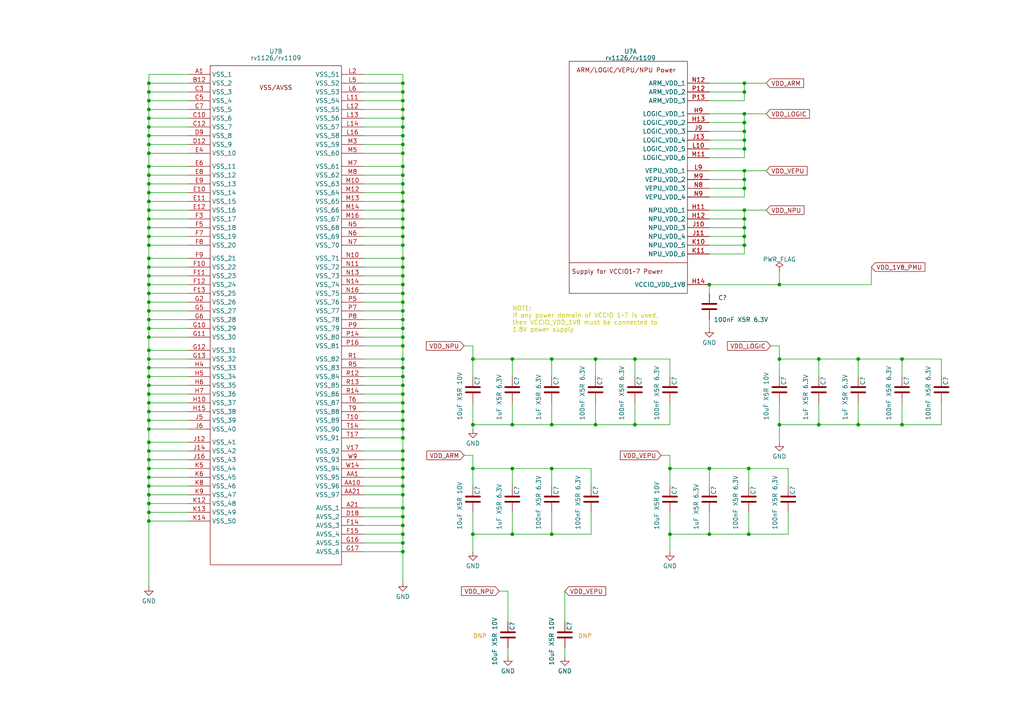
<source format=kicad_sch>
(kicad_sch (version 20230121) (generator eeschema)
  (paper "A4")
  (title_block (title "Leaf RV1126 RK809 SoC Power") (date "2023-02-25") (rev "1") (company "Qingdao IotPi Information Technology"))
  (junction (at 43.18 31.75))
  (junction (at 160.02 123.19))
  (junction (at 116.84 121.92))
  (junction (at 43.18 68.58))
  (junction (at 215.9 63.5))
  (junction (at 215.9 68.58))
  (junction (at 215.9 71.12))
  (junction (at 215.9 38.1))
  (junction (at 194.31 154.94))
  (junction (at 116.84 31.75))
  (junction (at 205.74 82.55))
  (junction (at 43.18 119.38))
  (junction (at 116.84 66.04))
  (junction (at 116.84 68.58))
  (junction (at 43.18 101.6))
  (junction (at 205.74 135.89))
  (junction (at 116.84 60.96))
  (junction (at 215.9 43.18))
  (junction (at 43.18 80.01))
  (junction (at 43.18 39.37))
  (junction (at 116.84 58.42))
  (junction (at 43.18 36.83))
  (junction (at 43.18 133.35))
  (junction (at 116.84 104.14))
  (junction (at 43.18 77.47))
  (junction (at 116.84 71.12))
  (junction (at 43.18 128.27))
  (junction (at 116.84 133.35))
  (junction (at 43.18 138.43))
  (junction (at 43.18 50.8))
  (junction (at 116.84 152.4))
  (junction (at 116.84 114.3))
  (junction (at 217.17 135.89))
  (junction (at 248.92 123.19))
  (junction (at 116.84 97.79))
  (junction (at 116.84 119.38))
  (junction (at 116.84 82.55))
  (junction (at 116.84 55.88))
  (junction (at 261.62 104.14))
  (junction (at 43.18 85.09))
  (junction (at 137.16 123.19))
  (junction (at 116.84 29.21))
  (junction (at 43.18 82.55))
  (junction (at 43.18 111.76))
  (junction (at 43.18 109.22))
  (junction (at 248.92 104.14))
  (junction (at 43.18 121.92))
  (junction (at 184.15 104.14))
  (junction (at 116.84 116.84))
  (junction (at 43.18 92.71))
  (junction (at 43.18 95.25))
  (junction (at 172.72 104.14))
  (junction (at 43.18 29.21))
  (junction (at 116.84 74.93))
  (junction (at 205.74 154.94))
  (junction (at 215.9 52.07))
  (junction (at 116.84 92.71))
  (junction (at 116.84 149.86))
  (junction (at 116.84 135.89))
  (junction (at 116.84 100.33))
  (junction (at 116.84 147.32))
  (junction (at 43.18 124.46))
  (junction (at 237.49 104.14))
  (junction (at 116.84 140.97))
  (junction (at 160.02 135.89))
  (junction (at 137.16 135.89))
  (junction (at 194.31 135.89))
  (junction (at 116.84 95.25))
  (junction (at 226.06 123.19))
  (junction (at 160.02 104.14))
  (junction (at 43.18 130.81))
  (junction (at 215.9 24.13))
  (junction (at 137.16 154.94))
  (junction (at 172.72 123.19))
  (junction (at 116.84 26.67))
  (junction (at 43.18 135.89))
  (junction (at 43.18 143.51))
  (junction (at 160.02 154.94))
  (junction (at 116.84 77.47))
  (junction (at 215.9 54.61))
  (junction (at 116.84 85.09))
  (junction (at 116.84 39.37))
  (junction (at 116.84 154.94))
  (junction (at 116.84 34.29))
  (junction (at 43.18 48.26))
  (junction (at 43.18 63.5))
  (junction (at 43.18 44.45))
  (junction (at 116.84 124.46))
  (junction (at 43.18 74.93))
  (junction (at 116.84 24.13))
  (junction (at 116.84 111.76))
  (junction (at 116.84 44.45))
  (junction (at 148.59 104.14))
  (junction (at 215.9 40.64))
  (junction (at 43.18 55.88))
  (junction (at 215.9 49.53))
  (junction (at 116.84 63.5))
  (junction (at 226.06 82.55))
  (junction (at 226.06 104.14))
  (junction (at 116.84 160.02))
  (junction (at 43.18 71.12))
  (junction (at 43.18 53.34))
  (junction (at 43.18 104.14))
  (junction (at 261.62 123.19))
  (junction (at 43.18 116.84))
  (junction (at 43.18 26.67))
  (junction (at 217.17 154.94))
  (junction (at 43.18 58.42))
  (junction (at 116.84 53.34))
  (junction (at 116.84 130.81))
  (junction (at 137.16 104.14))
  (junction (at 43.18 146.05))
  (junction (at 43.18 66.04))
  (junction (at 184.15 123.19))
  (junction (at 148.59 135.89))
  (junction (at 116.84 106.68))
  (junction (at 43.18 97.79))
  (junction (at 116.84 87.63))
  (junction (at 43.18 114.3))
  (junction (at 43.18 24.13))
  (junction (at 43.18 140.97))
  (junction (at 43.18 41.91))
  (junction (at 148.59 154.94))
  (junction (at 116.84 157.48))
  (junction (at 116.84 41.91))
  (junction (at 116.84 90.17))
  (junction (at 43.18 148.59))
  (junction (at 116.84 109.22))
  (junction (at 43.18 34.29))
  (junction (at 215.9 35.56))
  (junction (at 116.84 48.26))
  (junction (at 237.49 123.19))
  (junction (at 215.9 33.02))
  (junction (at 43.18 60.96))
  (junction (at 116.84 143.51))
  (junction (at 116.84 127))
  (junction (at 43.18 106.68))
  (junction (at 43.18 90.17))
  (junction (at 148.59 123.19))
  (junction (at 116.84 50.8))
  (junction (at 215.9 60.96))
  (junction (at 116.84 138.43))
  (junction (at 116.84 80.01))
  (junction (at 215.9 26.67))
  (junction (at 43.18 87.63))
  (junction (at 215.9 66.04))
  (junction (at 116.84 36.83))
  (junction (at 43.18 151.13))
  (wire (pts (xy 116.84 100.33) (xy 105.41 100.33)))
  (wire (pts (xy 116.84 71.12) (xy 116.84 74.93)))
  (wire (pts (xy 237.49 104.14) (xy 226.06 104.14)))
  (wire (pts (xy 148.59 140.97) (xy 148.59 135.89)))
  (wire (pts (xy 172.72 104.14) (xy 184.15 104.14)))
  (wire (pts (xy 43.18 80.01) (xy 54.61 80.01)))
  (wire (pts (xy 116.84 53.34) (xy 116.84 55.88)))
  (wire (pts (xy 116.84 50.8) (xy 105.41 50.8)))
  (wire (pts (xy 116.84 95.25) (xy 105.41 95.25)))
  (wire (pts (xy 43.18 50.8) (xy 43.18 53.34)))
  (wire (pts (xy 116.84 36.83) (xy 116.84 39.37)))
  (wire (pts (xy 43.18 92.71) (xy 54.61 92.71)))
  (wire (pts (xy 160.02 135.89) (xy 171.45 135.89)))
  (wire (pts (xy 217.17 154.94) (xy 228.6 154.94)))
  (wire (pts (xy 116.84 119.38) (xy 105.41 119.38)))
  (wire (pts (xy 217.17 140.97) (xy 217.17 135.89)))
  (wire (pts (xy 226.06 116.84) (xy 226.06 123.19)))
  (wire (pts (xy 228.6 154.94) (xy 228.6 148.59)))
  (wire (pts (xy 137.16 104.14) (xy 137.16 100.33)))
  (wire (pts (xy 43.18 71.12) (xy 54.61 71.12)))
  (wire (pts (xy 228.6 140.97) (xy 228.6 135.89)))
  (wire (pts (xy 43.18 34.29) (xy 43.18 36.83)))
  (wire (pts (xy 116.84 58.42) (xy 116.84 60.96)))
  (wire (pts (xy 205.74 154.94) (xy 217.17 154.94)))
  (wire (pts (xy 226.06 123.19) (xy 226.06 128.27)))
  (wire (pts (xy 116.84 60.96) (xy 105.41 60.96)))
  (wire (pts (xy 148.59 123.19) (xy 160.02 123.19)))
  (wire (pts (xy 43.18 55.88) (xy 54.61 55.88)))
  (wire (pts (xy 43.18 151.13) (xy 54.61 151.13)))
  (wire (pts (xy 116.84 34.29) (xy 105.41 34.29)))
  (wire (pts (xy 43.18 130.81) (xy 43.18 133.35)))
  (wire (pts (xy 217.17 154.94) (xy 217.17 148.59)))
  (wire (pts (xy 116.84 34.29) (xy 116.84 36.83)))
  (wire (pts (xy 116.84 48.26) (xy 116.84 50.8)))
  (wire (pts (xy 43.18 128.27) (xy 43.18 130.81)))
  (wire (pts (xy 116.84 104.14) (xy 116.84 106.68)))
  (wire (pts (xy 137.16 109.22) (xy 137.16 104.14)))
  (wire (pts (xy 205.74 92.71) (xy 205.74 95.25)))
  (wire (pts (xy 137.16 154.94) (xy 148.59 154.94)))
  (wire (pts (xy 215.9 45.72) (xy 215.9 43.18)))
  (wire (pts (xy 43.18 85.09) (xy 43.18 87.63)))
  (wire (pts (xy 116.84 147.32) (xy 116.84 149.86)))
  (wire (pts (xy 215.9 68.58) (xy 205.74 68.58)))
  (wire (pts (xy 184.15 123.19) (xy 184.15 116.84)))
  (wire (pts (xy 205.74 135.89) (xy 194.31 135.89)))
  (wire (pts (xy 43.18 63.5) (xy 43.18 66.04)))
  (wire (pts (xy 116.84 53.34) (xy 105.41 53.34)))
  (wire (pts (xy 54.61 21.59) (xy 43.18 21.59)))
  (wire (pts (xy 116.84 160.02) (xy 116.84 168.91)))
  (wire (pts (xy 116.84 92.71) (xy 116.84 95.25)))
  (wire (pts (xy 137.16 135.89) (xy 137.16 132.08)))
  (wire (pts (xy 43.18 50.8) (xy 54.61 50.8)))
  (wire (pts (xy 171.45 140.97) (xy 171.45 135.89)))
  (wire (pts (xy 43.18 146.05) (xy 54.61 146.05)))
  (wire (pts (xy 43.18 124.46) (xy 54.61 124.46)))
  (wire (pts (xy 215.9 60.96) (xy 215.9 63.5)))
  (wire (pts (xy 116.84 68.58) (xy 116.84 71.12)))
  (wire (pts (xy 137.16 116.84) (xy 137.16 123.19)))
  (wire (pts (xy 116.84 116.84) (xy 105.41 116.84)))
  (wire (pts (xy 215.9 71.12) (xy 205.74 71.12)))
  (wire (pts (xy 43.18 133.35) (xy 43.18 135.89)))
  (wire (pts (xy 116.84 149.86) (xy 105.41 149.86)))
  (wire (pts (xy 43.18 116.84) (xy 54.61 116.84)))
  (wire (pts (xy 137.16 123.19) (xy 148.59 123.19)))
  (wire (pts (xy 137.16 154.94) (xy 137.16 160.02)))
  (wire (pts (xy 215.9 49.53) (xy 215.9 52.07)))
  (wire (pts (xy 43.18 53.34) (xy 54.61 53.34)))
  (wire (pts (xy 43.18 60.96) (xy 54.61 60.96)))
  (wire (pts (xy 160.02 104.14) (xy 148.59 104.14)))
  (wire (pts (xy 194.31 140.97) (xy 194.31 135.89)))
  (wire (pts (xy 205.74 24.13) (xy 215.9 24.13)))
  (wire (pts (xy 116.84 85.09) (xy 105.41 85.09)))
  (wire (pts (xy 116.84 71.12) (xy 105.41 71.12)))
  (wire (pts (xy 116.84 147.32) (xy 105.41 147.32)))
  (wire (pts (xy 43.18 39.37) (xy 54.61 39.37)))
  (wire (pts (xy 147.32 171.45) (xy 144.78 171.45)))
  (wire (pts (xy 215.9 66.04) (xy 215.9 68.58)))
  (wire (pts (xy 43.18 148.59) (xy 54.61 148.59)))
  (wire (pts (xy 43.18 121.92) (xy 54.61 121.92)))
  (wire (pts (xy 184.15 104.14) (xy 194.31 104.14)))
  (wire (pts (xy 215.9 68.58) (xy 215.9 71.12)))
  (wire (pts (xy 116.84 140.97) (xy 105.41 140.97)))
  (wire (pts (xy 116.84 143.51) (xy 116.84 147.32)))
  (wire (pts (xy 116.84 127) (xy 105.41 127)))
  (wire (pts (xy 237.49 109.22) (xy 237.49 104.14)))
  (wire (pts (xy 43.18 53.34) (xy 43.18 55.88)))
  (wire (pts (xy 205.74 45.72) (xy 215.9 45.72)))
  (wire (pts (xy 116.84 92.71) (xy 105.41 92.71)))
  (wire (pts (xy 43.18 60.96) (xy 43.18 63.5)))
  (wire (pts (xy 160.02 123.19) (xy 172.72 123.19)))
  (wire (pts (xy 261.62 123.19) (xy 273.05 123.19)))
  (wire (pts (xy 215.9 63.5) (xy 205.74 63.5)))
  (wire (pts (xy 148.59 154.94) (xy 160.02 154.94)))
  (wire (pts (xy 116.84 60.96) (xy 116.84 63.5)))
  (wire (pts (xy 163.83 171.45) (xy 163.83 180.34)))
  (wire (pts (xy 43.18 130.81) (xy 54.61 130.81)))
  (wire (pts (xy 252.73 77.47) (xy 252.73 82.55)))
  (wire (pts (xy 116.84 74.93) (xy 105.41 74.93)))
  (wire (pts (xy 226.06 109.22) (xy 226.06 104.14)))
  (wire (pts (xy 43.18 36.83) (xy 54.61 36.83)))
  (wire (pts (xy 116.84 66.04) (xy 105.41 66.04)))
  (wire (pts (xy 116.84 66.04) (xy 116.84 68.58)))
  (wire (pts (xy 43.18 68.58) (xy 54.61 68.58)))
  (wire (pts (xy 205.74 60.96) (xy 215.9 60.96)))
  (wire (pts (xy 43.18 119.38) (xy 43.18 121.92)))
  (wire (pts (xy 215.9 33.02) (xy 215.9 35.56)))
  (wire (pts (xy 116.84 68.58) (xy 105.41 68.58)))
  (wire (pts (xy 116.84 157.48) (xy 105.41 157.48)))
  (wire (pts (xy 116.84 121.92) (xy 116.84 124.46)))
  (wire (pts (xy 116.84 31.75) (xy 116.84 34.29)))
  (wire (pts (xy 116.84 109.22) (xy 105.41 109.22)))
  (wire (pts (xy 137.16 132.08) (xy 134.62 132.08)))
  (wire (pts (xy 116.84 124.46) (xy 116.84 127)))
  (wire (pts (xy 43.18 90.17) (xy 54.61 90.17)))
  (wire (pts (xy 43.18 101.6) (xy 43.18 104.14)))
  (wire (pts (xy 43.18 114.3) (xy 54.61 114.3)))
  (wire (pts (xy 116.84 39.37) (xy 116.84 41.91)))
  (wire (pts (xy 147.32 187.96) (xy 147.32 190.5)))
  (wire (pts (xy 226.06 82.55) (xy 252.73 82.55)))
  (wire (pts (xy 43.18 95.25) (xy 54.61 95.25)))
  (wire (pts (xy 43.18 63.5) (xy 54.61 63.5)))
  (wire (pts (xy 116.84 140.97) (xy 116.84 143.51)))
  (wire (pts (xy 116.84 82.55) (xy 116.84 85.09)))
  (wire (pts (xy 43.18 29.21) (xy 43.18 31.75)))
  (wire (pts (xy 160.02 123.19) (xy 160.02 116.84)))
  (wire (pts (xy 116.84 114.3) (xy 105.41 114.3)))
  (wire (pts (xy 116.84 157.48) (xy 116.84 160.02)))
  (wire (pts (xy 215.9 66.04) (xy 205.74 66.04)))
  (wire (pts (xy 184.15 109.22) (xy 184.15 104.14)))
  (wire (pts (xy 43.18 68.58) (xy 43.18 71.12)))
  (wire (pts (xy 116.84 154.94) (xy 116.84 157.48)))
  (wire (pts (xy 215.9 35.56) (xy 205.74 35.56)))
  (wire (pts (xy 116.84 41.91) (xy 116.84 44.45)))
  (wire (pts (xy 116.84 26.67) (xy 105.41 26.67)))
  (wire (pts (xy 172.72 109.22) (xy 172.72 104.14)))
  (wire (pts (xy 43.18 97.79) (xy 54.61 97.79)))
  (wire (pts (xy 43.18 82.55) (xy 54.61 82.55)))
  (wire (pts (xy 43.18 31.75) (xy 54.61 31.75)))
  (wire (pts (xy 116.84 138.43) (xy 116.84 140.97)))
  (wire (pts (xy 43.18 36.83) (xy 43.18 39.37)))
  (wire (pts (xy 43.18 26.67) (xy 54.61 26.67)))
  (wire (pts (xy 116.84 74.93) (xy 116.84 77.47)))
  (wire (pts (xy 43.18 109.22) (xy 54.61 109.22)))
  (wire (pts (xy 43.18 133.35) (xy 54.61 133.35)))
  (wire (pts (xy 116.84 36.83) (xy 105.41 36.83)))
  (wire (pts (xy 43.18 121.92) (xy 43.18 124.46)))
  (wire (pts (xy 43.18 116.84) (xy 43.18 119.38)))
  (wire (pts (xy 261.62 109.22) (xy 261.62 104.14)))
  (wire (pts (xy 43.18 143.51) (xy 54.61 143.51)))
  (wire (pts (xy 116.84 133.35) (xy 116.84 135.89)))
  (wire (pts (xy 215.9 52.07) (xy 205.74 52.07)))
  (wire (pts (xy 43.18 39.37) (xy 43.18 41.91)))
  (wire (pts (xy 116.84 119.38) (xy 116.84 121.92)))
  (wire (pts (xy 116.84 160.02) (xy 105.41 160.02)))
  (wire (pts (xy 43.18 151.13) (xy 43.18 170.18)))
  (wire (pts (xy 116.84 133.35) (xy 105.41 133.35)))
  (wire (pts (xy 116.84 24.13) (xy 116.84 26.67)))
  (wire (pts (xy 215.9 54.61) (xy 215.9 52.07)))
  (wire (pts (xy 43.18 71.12) (xy 43.18 74.93)))
  (wire (pts (xy 116.84 121.92) (xy 105.41 121.92)))
  (wire (pts (xy 160.02 154.94) (xy 171.45 154.94)))
  (wire (pts (xy 43.18 90.17) (xy 43.18 92.71)))
  (wire (pts (xy 116.84 48.26) (xy 105.41 48.26)))
  (wire (pts (xy 137.16 148.59) (xy 137.16 154.94)))
  (wire (pts (xy 148.59 135.89) (xy 137.16 135.89)))
  (wire (pts (xy 43.18 97.79) (xy 43.18 101.6)))
  (wire (pts (xy 205.74 154.94) (xy 205.74 148.59)))
  (wire (pts (xy 43.18 101.6) (xy 54.61 101.6)))
  (wire (pts (xy 43.18 135.89) (xy 43.18 138.43)))
  (wire (pts (xy 226.06 123.19) (xy 237.49 123.19)))
  (wire (pts (xy 205.74 49.53) (xy 215.9 49.53)))
  (wire (pts (xy 116.84 106.68) (xy 105.41 106.68)))
  (wire (pts (xy 43.18 87.63) (xy 54.61 87.63)))
  (wire (pts (xy 116.84 109.22) (xy 116.84 111.76)))
  (wire (pts (xy 116.84 50.8) (xy 116.84 53.34)))
  (wire (pts (xy 43.18 143.51) (xy 43.18 146.05)))
  (wire (pts (xy 248.92 104.14) (xy 237.49 104.14)))
  (wire (pts (xy 215.9 57.15) (xy 215.9 54.61)))
  (wire (pts (xy 43.18 128.27) (xy 54.61 128.27)))
  (wire (pts (xy 116.84 39.37) (xy 105.41 39.37)))
  (wire (pts (xy 215.9 60.96) (xy 222.25 60.96)))
  (wire (pts (xy 43.18 74.93) (xy 43.18 77.47)))
  (wire (pts (xy 116.84 114.3) (xy 116.84 116.84)))
  (wire (pts (xy 43.18 44.45) (xy 54.61 44.45)))
  (wire (pts (xy 43.18 124.46) (xy 43.18 128.27)))
  (wire (pts (xy 205.74 40.64) (xy 215.9 40.64)))
  (wire (pts (xy 43.18 21.59) (xy 43.18 24.13)))
  (wire (pts (xy 43.18 106.68) (xy 43.18 109.22)))
  (wire (pts (xy 194.31 123.19) (xy 194.31 116.84)))
  (wire (pts (xy 215.9 73.66) (xy 205.74 73.66)))
  (wire (pts (xy 215.9 26.67) (xy 215.9 29.21)))
  (wire (pts (xy 116.84 111.76) (xy 116.84 114.3)))
  (wire (pts (xy 43.18 26.67) (xy 43.18 29.21)))
  (wire (pts (xy 43.18 34.29) (xy 54.61 34.29)))
  (wire (pts (xy 116.84 44.45) (xy 116.84 48.26)))
  (wire (pts (xy 194.31 132.08) (xy 191.77 132.08)))
  (wire (pts (xy 116.84 135.89) (xy 116.84 138.43)))
  (wire (pts (xy 116.84 63.5) (xy 105.41 63.5)))
  (wire (pts (xy 160.02 104.14) (xy 172.72 104.14)))
  (wire (pts (xy 105.41 21.59) (xy 116.84 21.59)))
  (wire (pts (xy 116.84 124.46) (xy 105.41 124.46)))
  (wire (pts (xy 116.84 87.63) (xy 116.84 90.17)))
  (wire (pts (xy 43.18 74.93) (xy 54.61 74.93)))
  (wire (pts (xy 172.72 123.19) (xy 184.15 123.19)))
  (wire (pts (xy 116.84 31.75) (xy 105.41 31.75)))
  (wire (pts (xy 194.31 148.59) (xy 194.31 154.94)))
  (wire (pts (xy 205.74 54.61) (xy 215.9 54.61)))
  (wire (pts (xy 116.84 135.89) (xy 105.41 135.89)))
  (wire (pts (xy 194.31 154.94) (xy 205.74 154.94)))
  (wire (pts (xy 184.15 123.19) (xy 194.31 123.19)))
  (wire (pts (xy 116.84 104.14) (xy 105.41 104.14)))
  (wire (pts (xy 116.84 152.4) (xy 116.84 154.94)))
  (wire (pts (xy 43.18 41.91) (xy 54.61 41.91)))
  (wire (pts (xy 116.84 130.81) (xy 105.41 130.81)))
  (wire (pts (xy 116.84 80.01) (xy 105.41 80.01)))
  (wire (pts (xy 116.84 63.5) (xy 116.84 66.04)))
  (wire (pts (xy 215.9 63.5) (xy 215.9 66.04)))
  (wire (pts (xy 116.84 149.86) (xy 116.84 152.4)))
  (wire (pts (xy 160.02 140.97) (xy 160.02 135.89)))
  (wire (pts (xy 194.31 154.94) (xy 194.31 160.02)))
  (wire (pts (xy 215.9 43.18) (xy 215.9 40.64)))
  (wire (pts (xy 172.72 123.19) (xy 172.72 116.84)))
  (wire (pts (xy 116.84 24.13) (xy 105.41 24.13)))
  (wire (pts (xy 116.84 154.94) (xy 105.41 154.94)))
  (wire (pts (xy 273.05 109.22) (xy 273.05 104.14)))
  (wire (pts (xy 148.59 109.22) (xy 148.59 104.14)))
  (wire (pts (xy 148.59 123.19) (xy 148.59 116.84)))
  (wire (pts (xy 147.32 171.45) (xy 147.32 180.34)))
  (wire (pts (xy 237.49 123.19) (xy 237.49 116.84)))
  (wire (pts (xy 116.84 29.21) (xy 116.84 31.75)))
  (wire (pts (xy 116.84 55.88) (xy 116.84 58.42)))
  (wire (pts (xy 116.84 26.67) (xy 116.84 29.21)))
  (wire (pts (xy 160.02 154.94) (xy 160.02 148.59)))
  (wire (pts (xy 273.05 123.19) (xy 273.05 116.84)))
  (wire (pts (xy 43.18 66.04) (xy 43.18 68.58)))
  (wire (pts (xy 215.9 40.64) (xy 215.9 38.1)))
  (wire (pts (xy 217.17 135.89) (xy 228.6 135.89)))
  (wire (pts (xy 116.84 130.81) (xy 116.84 133.35)))
  (wire (pts (xy 43.18 119.38) (xy 54.61 119.38)))
  (wire (pts (xy 205.74 38.1) (xy 215.9 38.1)))
  (wire (pts (xy 43.18 77.47) (xy 54.61 77.47)))
  (wire (pts (xy 43.18 104.14) (xy 54.61 104.14)))
  (wire (pts (xy 116.84 29.21) (xy 105.41 29.21)))
  (wire (pts (xy 116.84 55.88) (xy 105.41 55.88)))
  (wire (pts (xy 43.18 87.63) (xy 43.18 90.17)))
  (wire (pts (xy 205.74 82.55) (xy 205.74 85.09)))
  (wire (pts (xy 43.18 29.21) (xy 54.61 29.21)))
  (wire (pts (xy 43.18 104.14) (xy 43.18 106.68)))
  (wire (pts (xy 116.84 82.55) (xy 105.41 82.55)))
  (wire (pts (xy 116.84 97.79) (xy 116.84 100.33)))
  (wire (pts (xy 43.18 55.88) (xy 43.18 58.42)))
  (wire (pts (xy 248.92 109.22) (xy 248.92 104.14)))
  (wire (pts (xy 205.74 43.18) (xy 215.9 43.18)))
  (wire (pts (xy 116.84 100.33) (xy 116.84 104.14)))
  (wire (pts (xy 43.18 24.13) (xy 54.61 24.13)))
  (wire (pts (xy 261.62 123.19) (xy 261.62 116.84)))
  (wire (pts (xy 215.9 24.13) (xy 215.9 26.67)))
  (wire (pts (xy 116.84 143.51) (xy 105.41 143.51)))
  (wire (pts (xy 137.16 123.19) (xy 137.16 124.46)))
  (wire (pts (xy 215.9 38.1) (xy 215.9 35.56)))
  (wire (pts (xy 261.62 104.14) (xy 273.05 104.14)))
  (wire (pts (xy 116.84 90.17) (xy 105.41 90.17)))
  (wire (pts (xy 43.18 41.91) (xy 43.18 44.45)))
  (wire (pts (xy 116.84 106.68) (xy 116.84 109.22)))
  (wire (pts (xy 205.74 140.97) (xy 205.74 135.89)))
  (wire (pts (xy 43.18 80.01) (xy 43.18 82.55)))
  (wire (pts (xy 237.49 123.19) (xy 248.92 123.19)))
  (wire (pts (xy 43.18 109.22) (xy 43.18 111.76)))
  (wire (pts (xy 116.84 111.76) (xy 105.41 111.76)))
  (wire (pts (xy 43.18 140.97) (xy 54.61 140.97)))
  (wire (pts (xy 43.18 114.3) (xy 43.18 116.84)))
  (wire (pts (xy 137.16 140.97) (xy 137.16 135.89)))
  (wire (pts (xy 248.92 123.19) (xy 248.92 116.84)))
  (wire (pts (xy 226.06 78.74) (xy 226.06 82.55)))
  (wire (pts (xy 163.83 187.96) (xy 163.83 190.5)))
  (wire (pts (xy 43.18 58.42) (xy 54.61 58.42)))
  (wire (pts (xy 205.74 33.02) (xy 215.9 33.02)))
  (wire (pts (xy 43.18 140.97) (xy 43.18 143.51)))
  (wire (pts (xy 205.74 57.15) (xy 215.9 57.15)))
  (wire (pts (xy 116.84 90.17) (xy 116.84 92.71)))
  (wire (pts (xy 248.92 123.19) (xy 261.62 123.19)))
  (wire (pts (xy 160.02 109.22) (xy 160.02 104.14)))
  (wire (pts (xy 43.18 111.76) (xy 43.18 114.3)))
  (wire (pts (xy 116.84 85.09) (xy 116.84 87.63)))
  (wire (pts (xy 43.18 106.68) (xy 54.61 106.68)))
  (wire (pts (xy 215.9 24.13) (xy 222.25 24.13)))
  (wire (pts (xy 226.06 104.14) (xy 226.06 100.33)))
  (wire (pts (xy 43.18 95.25) (xy 43.18 97.79)))
  (wire (pts (xy 43.18 111.76) (xy 54.61 111.76)))
  (wire (pts (xy 205.74 135.89) (xy 217.17 135.89)))
  (wire (pts (xy 215.9 71.12) (xy 215.9 73.66)))
  (wire (pts (xy 215.9 49.53) (xy 222.25 49.53)))
  (wire (pts (xy 215.9 33.02) (xy 222.25 33.02)))
  (wire (pts (xy 43.18 135.89) (xy 54.61 135.89)))
  (wire (pts (xy 148.59 104.14) (xy 137.16 104.14)))
  (wire (pts (xy 116.84 77.47) (xy 116.84 80.01)))
  (wire (pts (xy 116.84 80.01) (xy 116.84 82.55)))
  (wire (pts (xy 194.31 104.14) (xy 194.31 109.22)))
  (wire (pts (xy 248.92 104.14) (xy 261.62 104.14)))
  (wire (pts (xy 43.18 48.26) (xy 54.61 48.26)))
  (wire (pts (xy 205.74 26.67) (xy 215.9 26.67)))
  (wire (pts (xy 116.84 116.84) (xy 116.84 119.38)))
  (wire (pts (xy 43.18 66.04) (xy 54.61 66.04)))
  (wire (pts (xy 148.59 154.94) (xy 148.59 148.59)))
  (wire (pts (xy 43.18 146.05) (xy 43.18 148.59)))
  (wire (pts (xy 205.74 29.21) (xy 215.9 29.21)))
  (wire (pts (xy 116.84 21.59) (xy 116.84 24.13)))
  (wire (pts (xy 116.84 44.45) (xy 105.41 44.45)))
  (wire (pts (xy 43.18 92.71) (xy 43.18 95.25)))
  (wire (pts (xy 116.84 152.4) (xy 105.41 152.4)))
  (wire (pts (xy 43.18 148.59) (xy 43.18 151.13)))
  (wire (pts (xy 116.84 41.91) (xy 105.41 41.91)))
  (wire (pts (xy 226.06 100.33) (xy 223.52 100.33)))
  (wire (pts (xy 43.18 138.43) (xy 54.61 138.43)))
  (wire (pts (xy 43.18 82.55) (xy 43.18 85.09)))
  (wire (pts (xy 43.18 31.75) (xy 43.18 34.29)))
  (wire (pts (xy 116.84 127) (xy 116.84 130.81)))
  (wire (pts (xy 137.16 100.33) (xy 134.62 100.33)))
  (wire (pts (xy 43.18 138.43) (xy 43.18 140.97)))
  (wire (pts (xy 43.18 85.09) (xy 54.61 85.09)))
  (wire (pts (xy 43.18 48.26) (xy 43.18 50.8)))
  (wire (pts (xy 205.74 82.55) (xy 226.06 82.55)))
  (wire (pts (xy 116.84 95.25) (xy 116.84 97.79)))
  (wire (pts (xy 116.84 97.79) (xy 105.41 97.79)))
  (wire (pts (xy 116.84 58.42) (xy 105.41 58.42)))
  (wire (pts (xy 148.59 135.89) (xy 160.02 135.89)))
  (wire (pts (xy 194.31 135.89) (xy 194.31 132.08)))
  (wire (pts (xy 43.18 77.47) (xy 43.18 80.01)))
  (wire (pts (xy 43.18 24.13) (xy 43.18 26.67)))
  (wire (pts (xy 116.84 77.47) (xy 105.41 77.47)))
  (wire (pts (xy 171.45 154.94) (xy 171.45 148.59)))
  (wire (pts (xy 43.18 44.45) (xy 43.18 48.26)))
  (wire (pts (xy 116.84 87.63) (xy 105.41 87.63)))
  (wire (pts (xy 43.18 58.42) (xy 43.18 60.96)))
  (wire (pts (xy 116.84 138.43) (xy 105.41 138.43)))
  (text "DNP" (at 167.64 185.42 0) (effects (font (size 1.27 1.27)) (justify left bottom)))
  (text "DNP" (at 137.16 185.42 0) (effects (font (size 1.27 1.27)) (justify left bottom)))
  (text "NOTE:\nIf any power domain of VCCIO 1~7 is used, \nthen VCCIO_VDD_1V8 must be connected to \n1.8V power supply" (at 148.59 96.52 0) (effects (font (size 1.27 1.27)) (justify left bottom)))
  (global_label "VDD_1V8_PMU" (shape input) (at 252.73 77.47 0) (property "Intersheetrefs" "${INTERSHEET_REFS}" (effects hide)))
  (global_label "VDD_ARM" (shape input) (at 134.62 132.08 180) (property "Intersheetrefs" "${INTERSHEET_REFS}" (effects hide)))
  (global_label "VDD_VEPU" (shape input) (at 191.77 132.08 180) (property "Intersheetrefs" "${INTERSHEET_REFS}" (effects hide)))
  (global_label "VDD_VEPU" (shape input) (at 163.83 171.45 0) (property "Intersheetrefs" "${INTERSHEET_REFS}" (effects hide)))
  (global_label "VDD_LOGIC" (shape input) (at 222.25 33.02 0) (property "Intersheetrefs" "${INTERSHEET_REFS}" (effects hide)))
  (global_label "VDD_NPU" (shape input) (at 222.25 60.96 0) (property "Intersheetrefs" "${INTERSHEET_REFS}" (effects hide)))
  (global_label "VDD_VEPU" (shape input) (at 222.25 49.53 0) (property "Intersheetrefs" "${INTERSHEET_REFS}" (effects hide)))
  (global_label "VDD_LOGIC" (shape input) (at 223.52 100.33 180) (property "Intersheetrefs" "${INTERSHEET_REFS}" (effects hide)))
  (global_label "VDD_ARM" (shape input) (at 222.25 24.13 0) (property "Intersheetrefs" "${INTERSHEET_REFS}" (effects hide)))
  (global_label "VDD_NPU" (shape input) (at 144.78 171.45 180) (property "Intersheetrefs" "${INTERSHEET_REFS}" (effects hide)))
  (global_label "VDD_NPU" (shape input) (at 134.62 100.33 180) (property "Intersheetrefs" "${INTERSHEET_REFS}" (effects hide)))
  (symbol (lib_id "Device:C") (at 226.06 113.03 0) (unit 1)
    (property "Reference" "C?" (at 227.33 111.76 90) (effects (justify left)))
    (property "Value" "10uF X5R 10V" (at 222.25 121.92 90) (effects (justify left)))
    (property "Footprint" "Capacitor_SMD:C_0402_1005Metric" (effects hide))
    (property "Description" "容值: 10uF 精度: ±20% 额定电压: 10V 材质(温度系数): X5R 材质:X5R" (effects hide))
    (property "LCSC" "C77000" (effects hide))
    (property "Model" "GRM155R61A106ME44D" (effects hide))
    (property "Vendor" "muRata(村田)" (effects hide))
    (instances (project "leaf" (path "" (reference "C?") (unit 1)) (path "" (reference "C?") (unit 1)) (path "" (reference "C?") (unit 1)) (path "" (reference "C51") (unit 1))))
  )
  (symbol (lib_id "Device:C") (at 148.59 144.78 0) (unit 1)
    (property "Reference" "C?" (at 149.86 143.51 90) (effects (justify left)))
    (property "Value" "1uF X5R 6.3V" (at 144.78 153.67 90) (effects (justify left)))
    (property "Footprint" "Capacitor_SMD:C_0402_1005Metric" (effects hide))
    (property "Description" "容值: 1uF 精度: ±10% 额定电压: 6.3V 材质(温度系数): X5R 材质:X5R" (effects hide))
    (property "LCSC" "C15684" (effects hide))
    (property "Model" "GRM155R60J105KE19D" (effects hide))
    (property "Vendor" "muRata(村田)" (effects hide))
    (instances (project "leaf" (path "" (reference "C?") (unit 1)) (path "" (reference "C?") (unit 1)) (path "" (reference "C?") (unit 1)) (path "" (reference "C39") (unit 1))))
  )
  (symbol (lib_id "Device:C") (at 171.45 144.78 0) (unit 1)
    (property "Reference" "C?" (at 172.72 143.51 90) (effects (justify left)))
    (property "Value" "100nF X5R 6.3V" (at 167.64 153.67 90) (effects (justify left)))
    (property "Footprint" "Capacitor_SMD:C_0201_0603Metric" (effects hide))
    (property "Description" "容值: 100nF 精度: ±10% 额定电压: 6.3V 材质(温度系数): X5R 材质:X5R" (effects hide))
    (property "LCSC" "C76928" (effects hide))
    (property "Model" "GRM033R60J104KE19D" (effects hide))
    (property "Vendor" "muRata(村田)" (effects hide))
    (instances (project "leaf" (path "" (reference "C?") (unit 1)) (path "" (reference "C?") (unit 1)) (path "" (reference "C?") (unit 1)) (path "" (reference "C43") (unit 1))))
  )
  (symbol (lib_id "Device:C") (at 228.6 144.78 0) (unit 1)
    (property "Reference" "C?" (at 229.87 143.51 90) (effects (justify left)))
    (property "Value" "100nF X5R 6.3V" (at 224.79 153.67 90) (effects (justify left)))
    (property "Footprint" "Capacitor_SMD:C_0201_0603Metric" (effects hide))
    (property "Description" "容值: 100nF 精度: ±10% 额定电压: 6.3V 材质(温度系数): X5R 材质:X5R" (effects hide))
    (property "LCSC" "C76928" (effects hide))
    (property "Model" "GRM033R60J104KE19D" (effects hide))
    (property "Vendor" "muRata(村田)" (effects hide))
    (instances (project "leaf" (path "" (reference "C?") (unit 1)) (path "" (reference "C?") (unit 1)) (path "" (reference "C?") (unit 1)) (path "" (reference "C52") (unit 1))))
  )
  (symbol (lib_id "power:GND") (at 137.16 160.02 0) (unit 1)
    (property "Reference" "#PWR?" (effects hide))
    (property "Value" "GND" (at 137.16 164.1555 0))
    (instances (project "leaf" (path "" (reference "#PWR?") (unit 1)) (path "" (reference "#PWR?") (unit 1)) (path "" (reference "#PWR056") (unit 1))))
  )
  (symbol (lib_id "Device:C") (at 273.05 113.03 0) (unit 1)
    (property "Reference" "C?" (at 274.32 111.76 90) (effects (justify left)))
    (property "Value" "100nF X5R 6.3V" (at 269.24 121.92 90) (effects (justify left)))
    (property "Footprint" "Capacitor_SMD:C_0201_0603Metric" (effects hide))
    (property "Description" "容值: 100nF 精度: ±10% 额定电压: 6.3V 材质(温度系数): X5R 材质:X5R" (effects hide))
    (property "LCSC" "C76928" (effects hide))
    (property "Model" "GRM033R60J104KE19D" (effects hide))
    (property "Vendor" "muRata(村田)" (effects hide))
    (instances (project "leaf" (path "" (reference "C?") (unit 1)) (path "" (reference "C?") (unit 1)) (path "" (reference "C?") (unit 1)) (path "" (reference "C56") (unit 1))))
  )
  (symbol (lib_id "power:GND") (at 226.06 128.27 0) (unit 1)
    (property "Reference" "#PWR?" (effects hide))
    (property "Value" "GND" (at 226.06 132.4055 0))
    (instances (project "leaf" (path "" (reference "#PWR?") (unit 1)) (path "" (reference "#PWR?") (unit 1)) (path "" (reference "#PWR061") (unit 1))))
  )
  (symbol (lib_id "Device:C") (at 194.31 144.78 0) (unit 1)
    (property "Reference" "C?" (at 195.58 143.51 90) (effects (justify left)))
    (property "Value" "10uF X5R 10V" (at 190.5 153.67 90) (effects (justify left)))
    (property "Footprint" "Capacitor_SMD:C_0402_1005Metric" (effects hide))
    (property "Description" "容值: 10uF 精度: ±20% 额定电压: 10V 材质(温度系数): X5R 材质:X5R" (effects hide))
    (property "LCSC" "C77000" (effects hide))
    (property "Model" "GRM155R61A106ME44D" (effects hide))
    (property "Vendor" "muRata(村田)" (effects hide))
    (instances (project "leaf" (path "" (reference "C?") (unit 1)) (path "" (reference "C?") (unit 1)) (path "" (reference "C?") (unit 1)) (path "" (reference "C47") (unit 1))))
  )
  (symbol (lib_id "CPU_Rockchip:rv1126_rv1109") (at 182.88 49.53 0) (unit 1)
    (property "Reference" "U?" (at 182.88 14.8971 0))
    (property "Value" "rv1126/rv1109" (at 182.88 16.8181 0))
    (property "Footprint" "Rockchip_SoC:Rockchip_RV1126_FCCSP409LD_14.0x14.0mm" (effects hide))
    (instances (project "leaf" (path "" (reference "U?") (unit 1)) (path "" (reference "U1") (unit 1))))
  )
  (symbol (lib_id "Device:C") (at 172.72 113.03 0) (unit 1)
    (property "Reference" "C?" (at 173.99 111.76 90) (effects (justify left)))
    (property "Value" "100nF X5R 6.3V" (at 168.91 121.92 90) (effects (justify left)))
    (property "Footprint" "Capacitor_SMD:C_0201_0603Metric" (effects hide))
    (property "Description" "容值: 100nF 精度: ±10% 额定电压: 6.3V 材质(温度系数): X5R 材质:X5R" (effects hide))
    (property "LCSC" "C76928" (effects hide))
    (property "Model" "GRM033R60J104KE19D" (effects hide))
    (property "Vendor" "muRata(村田)" (effects hide))
    (instances (project "leaf" (path "" (reference "C?") (unit 1)) (path "" (reference "C?") (unit 1)) (path "" (reference "C?") (unit 1)) (path "" (reference "C44") (unit 1))))
  )
  (symbol (lib_id "Device:C") (at 137.16 113.03 0) (unit 1)
    (property "Reference" "C?" (at 138.43 111.76 90) (effects (justify left)))
    (property "Value" "10uF X5R 10V" (at 133.35 121.92 90) (effects (justify left)))
    (property "Footprint" "Capacitor_SMD:C_0402_1005Metric" (effects hide))
    (property "Description" "容值: 10uF 精度: ±20% 额定电压: 10V 材质(温度系数): X5R 材质:X5R" (effects hide))
    (property "LCSC" "C77000" (effects hide))
    (property "Model" "GRM155R61A106ME44D" (effects hide))
    (property "Vendor" "muRata(村田)" (effects hide))
    (instances (project "leaf" (path "" (reference "C?") (unit 1)) (path "" (reference "C?") (unit 1)) (path "" (reference "C?") (unit 1)) (path "" (reference "C35") (unit 1))))
  )
  (symbol (lib_id "power:GND") (at 163.83 190.5 0) (unit 1)
    (property "Reference" "#PWR?" (effects hide))
    (property "Value" "GND" (at 163.83 194.6355 0))
    (instances (project "leaf" (path "" (reference "#PWR?") (unit 1)) (path "" (reference "#PWR?") (unit 1)) (path "" (reference "#PWR058") (unit 1))))
  )
  (symbol (lib_id "power:GND") (at 137.16 124.46 0) (unit 1)
    (property "Reference" "#PWR?" (effects hide))
    (property "Value" "GND" (at 137.16 128.5955 0))
    (instances (project "leaf" (path "" (reference "#PWR?") (unit 1)) (path "" (reference "#PWR?") (unit 1)) (path "" (reference "#PWR055") (unit 1))))
  )
  (symbol (lib_id "Device:C") (at 261.62 113.03 0) (unit 1)
    (property "Reference" "C?" (at 262.89 111.76 90) (effects (justify left)))
    (property "Value" "100nF X5R 6.3V" (at 257.81 121.92 90) (effects (justify left)))
    (property "Footprint" "Capacitor_SMD:C_0201_0603Metric" (effects hide))
    (property "Description" "容值: 100nF 精度: ±10% 额定电压: 6.3V 材质(温度系数): X5R 材质:X5R" (effects hide))
    (property "LCSC" "C76928" (effects hide))
    (property "Model" "GRM033R60J104KE19D" (effects hide))
    (property "Vendor" "muRata(村田)" (effects hide))
    (instances (project "leaf" (path "" (reference "C?") (unit 1)) (path "" (reference "C?") (unit 1)) (path "" (reference "C?") (unit 1)) (path "" (reference "C55") (unit 1))))
  )
  (symbol (lib_id "Device:C") (at 163.83 184.15 0) (unit 1) (in_bom no)
    (property "Reference" "C?" (at 165.1 182.88 90) (effects (justify left)))
    (property "Value" "10uF X5R 10V" (at 160.02 193.04 90) (effects (justify left)))
    (property "Footprint" "Capacitor_SMD:C_0402_1005Metric" (effects hide))
    (property "Description" "容值: 10uF 精度: ±20% 额定电压: 10V 材质(温度系数): X5R 材质:X5R" (effects hide))
    (property "LCSC" "C77000" (effects hide))
    (property "Model" "GRM155R61A106ME44D" (effects hide))
    (property "Vendor" "muRata(村田)" (effects hide))
    (instances (project "leaf" (path "" (reference "C?") (unit 1)) (path "" (reference "C?") (unit 1)) (path "" (reference "C?") (unit 1)) (path "" (reference "C42") (unit 1))))
  )
  (symbol (lib_id "Device:C") (at 205.74 88.9 0) (unit 1)
    (property "Reference" "C?" (at 208.28 86.36 0) (effects (justify left)))
    (property "Value" "100nF X5R 6.3V" (at 207.01 92.71 0) (effects (justify left)))
    (property "Footprint" "Capacitor_SMD:C_0201_0603Metric" (effects hide))
    (property "Description" "容值: 100nF 精度: ±10% 额定电压: 6.3V 材质(温度系数): X5R 材质:X5R" (effects hide))
    (property "LCSC" "C76928" (effects hide))
    (property "Model" "GRM033R60J104KE19D" (effects hide))
    (property "Vendor" "muRata(村田)" (effects hide))
    (instances (project "leaf" (path "" (reference "C?") (unit 1)) (path "" (reference "C48") (unit 1))))
  )
  (symbol (lib_id "power:GND") (at 194.31 160.02 0) (unit 1)
    (property "Reference" "#PWR?" (effects hide))
    (property "Value" "GND" (at 194.31 164.1555 0))
    (instances (project "leaf" (path "" (reference "#PWR?") (unit 1)) (path "" (reference "#PWR?") (unit 1)) (path "" (reference "#PWR059") (unit 1))))
  )
  (symbol (lib_id "power:GND") (at 43.18 170.18 0) (unit 1)
    (property "Reference" "#PWR?" (effects hide))
    (property "Value" "GND" (at 43.18 174.3155 0))
    (instances (project "leaf" (path "" (reference "#PWR?") (unit 1)) (path "" (reference "#PWR053") (unit 1))))
  )
  (symbol (lib_id "Device:C") (at 137.16 144.78 0) (unit 1)
    (property "Reference" "C?" (at 138.43 143.51 90) (effects (justify left)))
    (property "Value" "10uF X5R 10V" (at 133.35 153.67 90) (effects (justify left)))
    (property "Footprint" "Capacitor_SMD:C_0402_1005Metric" (effects hide))
    (property "Description" "容值: 10uF 精度: ±20% 额定电压: 10V 材质(温度系数): X5R 材质:X5R" (effects hide))
    (property "LCSC" "C77000" (effects hide))
    (property "Model" "GRM155R61A106ME44D" (effects hide))
    (property "Vendor" "muRata(村田)" (effects hide))
    (instances (project "leaf" (path "" (reference "C?") (unit 1)) (path "" (reference "C?") (unit 1)) (path "" (reference "C?") (unit 1)) (path "" (reference "C36") (unit 1))))
  )
  (symbol (lib_id "power:GND") (at 205.74 95.25 0) (unit 1)
    (property "Reference" "#PWR?" (effects hide))
    (property "Value" "GND" (at 205.74 99.3855 0))
    (instances (project "leaf" (path "" (reference "#PWR?") (unit 1)) (path "" (reference "#PWR060") (unit 1))))
  )
  (symbol (lib_id "CPU_Rockchip:rv1126_rv1109") (at 80.01 49.53 0) (unit 2)
    (property "Reference" "U?" (at 80.01 14.8971 0))
    (property "Value" "rv1126/rv1109" (at 80.01 16.8181 0))
    (property "Footprint" "Rockchip_SoC:Rockchip_RV1126_FCCSP409LD_14.0x14.0mm" (effects hide))
    (instances (project "leaf" (path "" (reference "U?") (unit 2)) (path "" (reference "U1") (unit 2))))
  )
  (symbol (lib_id "power:PWR_FLAG") (at 226.06 78.74 0) (unit 1)
    (property "Reference" "#FLG013" (effects hide))
    (property "Value" "PWR_FLAG" (at 226.06 75.2381 0))
  )
  (symbol (lib_id "power:GND") (at 147.32 190.5 0) (unit 1)
    (property "Reference" "#PWR?" (effects hide))
    (property "Value" "GND" (at 147.32 194.6355 0))
    (instances (project "leaf" (path "" (reference "#PWR?") (unit 1)) (path "" (reference "#PWR?") (unit 1)) (path "" (reference "#PWR057") (unit 1))))
  )
  (symbol (lib_id "power:GND") (at 116.84 168.91 0) (unit 1)
    (property "Reference" "#PWR?" (effects hide))
    (property "Value" "GND" (at 116.84 173.0455 0))
    (instances (project "leaf" (path "" (reference "#PWR?") (unit 1)) (path "" (reference "#PWR054") (unit 1))))
  )
  (symbol (lib_id "Device:C") (at 147.32 184.15 0) (unit 1) (in_bom no)
    (property "Reference" "C?" (at 148.59 182.88 90) (effects (justify left)))
    (property "Value" "10uF X5R 10V" (at 143.51 193.04 90) (effects (justify left)))
    (property "Footprint" "Capacitor_SMD:C_0402_1005Metric" (effects hide))
    (property "Description" "容值: 10uF 精度: ±20% 额定电压: 10V 材质(温度系数): X5R 材质:X5R" (effects hide))
    (property "LCSC" "C77000" (effects hide))
    (property "Model" "GRM155R61A106ME44D" (effects hide))
    (property "Vendor" "muRata(村田)" (effects hide))
    (instances (project "leaf" (path "" (reference "C?") (unit 1)) (path "" (reference "C?") (unit 1)) (path "" (reference "C?") (unit 1)) (path "" (reference "C37") (unit 1))))
  )
  (symbol (lib_id "Device:C") (at 184.15 113.03 0) (unit 1)
    (property "Reference" "C?" (at 185.42 111.76 90) (effects (justify left)))
    (property "Value" "100nF X5R 6.3V" (at 180.34 121.92 90) (effects (justify left)))
    (property "Footprint" "Capacitor_SMD:C_0201_0603Metric" (effects hide))
    (property "Description" "容值: 100nF 精度: ±10% 额定电压: 6.3V 材质(温度系数): X5R 材质:X5R" (effects hide))
    (property "LCSC" "C76928" (effects hide))
    (property "Model" "GRM033R60J104KE19D" (effects hide))
    (property "Vendor" "muRata(村田)" (effects hide))
    (instances (project "leaf" (path "" (reference "C?") (unit 1)) (path "" (reference "C?") (unit 1)) (path "" (reference "C?") (unit 1)) (path "" (reference "C45") (unit 1))))
  )
  (symbol (lib_id "Device:C") (at 217.17 144.78 0) (unit 1)
    (property "Reference" "C?" (at 218.44 143.51 90) (effects (justify left)))
    (property "Value" "100nF X5R 6.3V" (at 213.36 153.67 90) (effects (justify left)))
    (property "Footprint" "Capacitor_SMD:C_0201_0603Metric" (effects hide))
    (property "Description" "容值: 100nF 精度: ±10% 额定电压: 6.3V 材质(温度系数): X5R 材质:X5R" (effects hide))
    (property "LCSC" "C76928" (effects hide))
    (property "Model" "GRM033R60J104KE19D" (effects hide))
    (property "Vendor" "muRata(村田)" (effects hide))
    (instances (project "leaf" (path "" (reference "C?") (unit 1)) (path "" (reference "C?") (unit 1)) (path "" (reference "C?") (unit 1)) (path "" (reference "C50") (unit 1))))
  )
  (symbol (lib_id "Device:C") (at 248.92 113.03 0) (unit 1)
    (property "Reference" "C?" (at 250.19 111.76 90) (effects (justify left)))
    (property "Value" "1uF X5R 6.3V" (at 245.11 121.92 90) (effects (justify left)))
    (property "Footprint" "Capacitor_SMD:C_0402_1005Metric" (effects hide))
    (property "Description" "容值: 1uF 精度: ±10% 额定电压: 6.3V 材质(温度系数): X5R 材质:X5R" (effects hide))
    (property "LCSC" "C15684" (effects hide))
    (property "Model" "GRM155R60J105KE19D" (effects hide))
    (property "Vendor" "muRata(村田)" (effects hide))
    (instances (project "leaf" (path "" (reference "C?") (unit 1)) (path "" (reference "C?") (unit 1)) (path "" (reference "C?") (unit 1)) (path "" (reference "C54") (unit 1))))
  )
  (symbol (lib_id "Device:C") (at 205.74 144.78 0) (unit 1)
    (property "Reference" "C?" (at 207.01 143.51 90) (effects (justify left)))
    (property "Value" "1uF X5R 6.3V" (at 201.93 153.67 90) (effects (justify left)))
    (property "Footprint" "Capacitor_SMD:C_0402_1005Metric" (effects hide))
    (property "Description" "容值: 1uF 精度: ±10% 额定电压: 6.3V 材质(温度系数): X5R 材质:X5R" (effects hide))
    (property "LCSC" "C15684" (effects hide))
    (property "Model" "GRM155R60J105KE19D" (effects hide))
    (property "Vendor" "muRata(村田)" (effects hide))
    (instances (project "leaf" (path "" (reference "C?") (unit 1)) (path "" (reference "C?") (unit 1)) (path "" (reference "C?") (unit 1)) (path "" (reference "C49") (unit 1))))
  )
  (symbol (lib_id "Device:C") (at 148.59 113.03 0) (unit 1)
    (property "Reference" "C?" (at 149.86 111.76 90) (effects (justify left)))
    (property "Value" "1uF X5R 6.3V" (at 144.78 121.92 90) (effects (justify left)))
    (property "Footprint" "Capacitor_SMD:C_0402_1005Metric" (effects hide))
    (property "Description" "容值: 1uF 精度: ±10% 额定电压: 6.3V 材质(温度系数): X5R 材质:X5R" (effects hide))
    (property "LCSC" "C15684" (effects hide))
    (property "Model" "GRM155R60J105KE19D" (effects hide))
    (property "Vendor" "muRata(村田)" (effects hide))
    (instances (project "leaf" (path "" (reference "C?") (unit 1)) (path "" (reference "C?") (unit 1)) (path "" (reference "C?") (unit 1)) (path "" (reference "C38") (unit 1))))
  )
  (symbol (lib_id "Device:C") (at 160.02 113.03 0) (unit 1)
    (property "Reference" "C?" (at 161.29 111.76 90) (effects (justify left)))
    (property "Value" "1uF X5R 6.3V" (at 156.21 121.92 90) (effects (justify left)))
    (property "Footprint" "Capacitor_SMD:C_0402_1005Metric" (effects hide))
    (property "Description" "容值: 1uF 精度: ±10% 额定电压: 6.3V 材质(温度系数): X5R 材质:X5R" (effects hide))
    (property "LCSC" "C15684" (effects hide))
    (property "Model" "GRM155R60J105KE19D" (effects hide))
    (property "Vendor" "muRata(村田)" (effects hide))
    (instances (project "leaf" (path "" (reference "C?") (unit 1)) (path "" (reference "C?") (unit 1)) (path "" (reference "C?") (unit 1)) (path "" (reference "C40") (unit 1))))
  )
  (symbol (lib_id "Device:C") (at 194.31 113.03 0) (unit 1)
    (property "Reference" "C?" (at 195.58 111.76 90) (effects (justify left)))
    (property "Value" "100nF X5R 6.3V" (at 190.5 121.92 90) (effects (justify left)))
    (property "Footprint" "Capacitor_SMD:C_0201_0603Metric" (effects hide))
    (property "Description" "容值: 100nF 精度: ±10% 额定电压: 6.3V 材质(温度系数): X5R 材质:X5R" (effects hide))
    (property "LCSC" "C76928" (effects hide))
    (property "Model" "GRM033R60J104KE19D" (effects hide))
    (property "Vendor" "muRata(村田)" (effects hide))
    (instances (project "leaf" (path "" (reference "C?") (unit 1)) (path "" (reference "C?") (unit 1)) (path "" (reference "C?") (unit 1)) (path "" (reference "C46") (unit 1))))
  )
  (symbol (lib_id "Device:C") (at 160.02 144.78 0) (unit 1)
    (property "Reference" "C?" (at 161.29 143.51 90) (effects (justify left)))
    (property "Value" "100nF X5R 6.3V" (at 156.21 153.67 90) (effects (justify left)))
    (property "Footprint" "Capacitor_SMD:C_0201_0603Metric" (effects hide))
    (property "Description" "容值: 100nF 精度: ±10% 额定电压: 6.3V 材质(温度系数): X5R 材质:X5R" (effects hide))
    (property "LCSC" "C76928" (effects hide))
    (property "Model" "GRM033R60J104KE19D" (effects hide))
    (property "Vendor" "muRata(村田)" (effects hide))
    (instances (project "leaf" (path "" (reference "C?") (unit 1)) (path "" (reference "C?") (unit 1)) (path "" (reference "C?") (unit 1)) (path "" (reference "C41") (unit 1))))
  )
  (symbol (lib_id "Device:C") (at 237.49 113.03 0) (unit 1)
    (property "Reference" "C?" (at 238.76 111.76 90) (effects (justify left)))
    (property "Value" "1uF X5R 6.3V" (at 233.68 121.92 90) (effects (justify left)))
    (property "Footprint" "Capacitor_SMD:C_0402_1005Metric" (effects hide))
    (property "Description" "容值: 1uF 精度: ±10% 额定电压: 6.3V 材质(温度系数): X5R 材质:X5R" (effects hide))
    (property "LCSC" "C15684" (effects hide))
    (property "Model" "GRM155R60J105KE19D" (effects hide))
    (property "Vendor" "muRata(村田)" (effects hide))
    (instances (project "leaf" (path "" (reference "C?") (unit 1)) (path "" (reference "C?") (unit 1)) (path "" (reference "C?") (unit 1)) (path "" (reference "C53") (unit 1))))
  )
)
</source>
